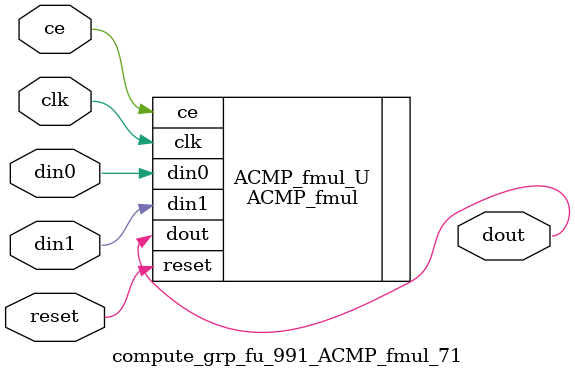
<source format=v>

`timescale 1 ns / 1 ps
module compute_grp_fu_991_ACMP_fmul_71(
    clk,
    reset,
    ce,
    din0,
    din1,
    dout);

parameter ID = 32'd1;
parameter NUM_STAGE = 32'd1;
parameter din0_WIDTH = 32'd1;
parameter din1_WIDTH = 32'd1;
parameter dout_WIDTH = 32'd1;
input clk;
input reset;
input ce;
input[din0_WIDTH - 1:0] din0;
input[din1_WIDTH - 1:0] din1;
output[dout_WIDTH - 1:0] dout;



ACMP_fmul #(
.ID( ID ),
.NUM_STAGE( 4 ),
.din0_WIDTH( din0_WIDTH ),
.din1_WIDTH( din1_WIDTH ),
.dout_WIDTH( dout_WIDTH ))
ACMP_fmul_U(
    .clk( clk ),
    .reset( reset ),
    .ce( ce ),
    .din0( din0 ),
    .din1( din1 ),
    .dout( dout ));

endmodule

</source>
